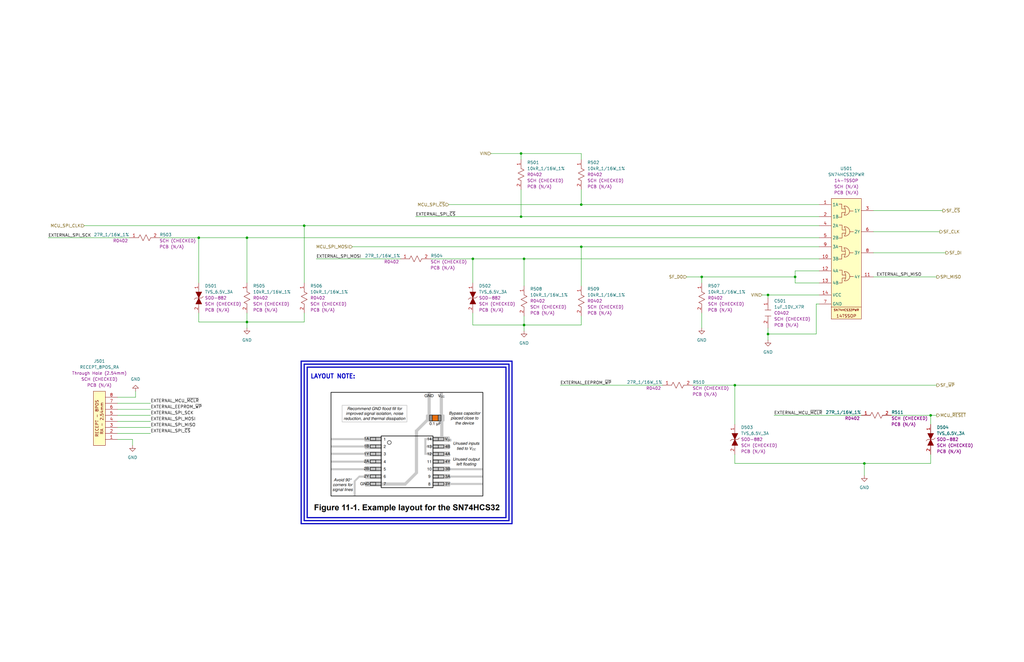
<source format=kicad_sch>
(kicad_sch (version 20230121) (generator eeschema)
  (paper "B")
  (title_block (title "_HW_EPaper") (rev "v1.0") (company "Mend0z0") (comment 1 "v1.0") (comment 2 "CHECKED"))
  (lib_symbols
    (symbol "_SCHLIB_Epaper:CAP_1uF_10V_X7R_C0402"
      (property "Reference" "C" (at 2.54 3.81 0))
      (property "Value" "1uF_10V_X7R" (at 2.54 6.35 0))
      (property "Package" "C0402" (at 2.54 21.59 0))
      (property "SCH CHECK" "SCH (CHECKED)" (at 2.54 24.13 0))
      (property "PCB CHECK" "PCB (N/A)" (at 2.54 26.67 0))
      (symbol "CAP_1uF_10V_X7R_C0402_0_1"
        (polyline (pts (xy 5.08 1.27) (xy 5.08 -1.27)))
        (polyline (pts (xy 7.62 1.27) (xy 7.62 -1.27)))
      )
      (symbol "CAP_1uF_10V_X7R_C0402_1_1"
        (pin passive line (at 0 0 0) (length 5.08) (name "") (number "1"))
        (pin passive line (at 12.7 0 180) (length 5.08) (name "") (number "2"))
      )
    )
    (symbol "_SCHLIB_Epaper:CONN_RECEPT_8POS_1RAW_RA_2.54mm"
      (property "Reference" "J" (at 2.54 3.81 0))
      (property "Value" "RECEPT_8POS_RA" (at 2.54 6.35 0))
      (property "Package" "Through Hole (2.54mm)" (at 2.54 21.59 0))
      (property "SCH CHECK" "SCH (CHECKED)" (at 2.54 24.13 0))
      (property "PCB CHECK" "PCB (N/A)" (at 2.54 26.67 0))
      (symbol "CONN_RECEPT_8POS_1RAW_RA_2.54mm_1_1"
        (rectangle (start 0 0) (end 5.08 -22.86) (fill (type background)))
        (text "RECEPT - 8POS\nRA - 2.54mm" (at 2.54 -11.43 900) (effects (font (size 1.27 1.27))))
        (pin passive line (at -5.08 -2.54 0) (length 5.08) (name "") (number "1"))
        (pin passive line (at -5.08 -5.08 0) (length 5.08) (name "") (number "2"))
        (pin passive line (at -5.08 -7.62 0) (length 5.08) (name "") (number "3"))
        (pin passive line (at -5.08 -10.16 0) (length 5.08) (name "") (number "4"))
        (pin passive line (at -5.08 -12.7 0) (length 5.08) (name "") (number "5"))
        (pin passive line (at -5.08 -15.24 0) (length 5.08) (name "") (number "6"))
        (pin passive line (at -5.08 -17.78 0) (length 5.08) (name "") (number "7"))
        (pin passive line (at -5.08 -20.32 0) (length 5.08) (name "") (number "8"))
      )
    )
    (symbol "_SCHLIB_Epaper:IC_OR GATE_SN74HCS32PWR_4CH_2-INP_14-TSSOP"
      (property "Reference" "U" (at 2.54 3.81 0))
      (property "Value" "SN74HCS32PWR" (at 2.54 6.35 0))
      (property "Package" "14-TSSOP" (at 2.54 21.59 0))
      (property "SCH CHECK" "SCH (N/A)" (at 2.54 24.13 0))
      (property "PCB CHECK" "PCB (N/A)" (at 2.54 26.67 0))
      (symbol "IC_OR GATE_SN74HCS32PWR_4CH_2-INP_14-TSSOP_0_0"
        (text "14TSSOP" (at 6.35 -49.53 0) (effects (font (size 1.27 1.27))))
      )
      (symbol "IC_OR GATE_SN74HCS32PWR_4CH_2-INP_14-TSSOP_1_0"
        (text "SN74HCS32PWR" (at 6.35 -46.99 0) (effects (font (size 0.889 0.889))))
      )
      (symbol "IC_OR GATE_SN74HCS32PWR_4CH_2-INP_14-TSSOP_1_1"
        (polyline (pts (xy 0 -45.72) (xy 12.7 -45.72)))
        (polyline (pts (xy 7.747 -22.86) (xy 9.271 -22.86)))
        (polyline (pts (xy 7.747 -5.207) (xy 9.271 -5.207)))
        (polyline (pts (xy 7.874 -32.893) (xy 9.398 -32.893)))
        (polyline (pts (xy 7.874 -13.97) (xy 9.398 -13.97)))
        (polyline (pts (xy 5.842 -23.495) (xy 4.445 -23.495) (xy 4.445 -25.527) (xy 3.175 -25.527)))
        (polyline (pts (xy 5.842 -22.225) (xy 4.445 -22.225) (xy 4.445 -20.193) (xy 3.175 -20.193)))
        (polyline (pts (xy 5.842 -5.842) (xy 4.445 -5.842) (xy 4.445 -7.874) (xy 3.175 -7.874)))
        (polyline (pts (xy 5.842 -4.318) (xy 4.445 -4.318) (xy 4.445 -2.286) (xy 3.175 -2.286)))
        (polyline (pts (xy 5.969 -33.528) (xy 4.572 -33.528) (xy 4.572 -35.56) (xy 3.302 -35.56)))
        (polyline (pts (xy 5.969 -14.605) (xy 4.572 -14.605) (xy 4.572 -16.637) (xy 3.302 -16.637)))
        (polyline (pts (xy 5.969 -13.208) (xy 4.572 -13.208) (xy 4.572 -11.176) (xy 3.302 -11.176)))
        (polyline (pts (xy 5.989 -32.2426) (xy 4.592 -32.2426) (xy 4.592 -30.2106) (xy 3.322 -30.2106)))
        (rectangle (start 0 0) (end 12.7 -50.8) (fill (type background)))
        (arc (start 5.424 -24.6321) (mid 5.9928 -22.6876) (end 5.3731 -20.7586))
        (arc (start 5.424 -24.6321) (mid 6.9623 -24.2513) (end 7.71 -22.8541))
        (arc (start 5.424 -6.9791) (mid 5.9928 -5.0346) (end 5.3731 -3.1056))
        (arc (start 5.424 -6.9791) (mid 6.9623 -6.5983) (end 7.71 -5.2011))
        (arc (start 5.551 -34.6651) (mid 6.1198 -32.7206) (end 5.5001 -30.7916))
        (arc (start 5.551 -34.6651) (mid 7.0893 -34.2844) (end 7.837 -32.8871))
        (arc (start 5.551 -15.7421) (mid 6.1198 -13.7976) (end 5.5001 -11.8686))
        (arc (start 5.551 -15.7421) (mid 7.0893 -15.3613) (end 7.837 -13.9641))
        (arc (start 7.71 -22.8541) (mid 7.0049 -21.2897) (end 5.3731 -20.7586))
        (arc (start 7.71 -5.2011) (mid 7.0049 -3.6367) (end 5.3731 -3.1056))
        (arc (start 7.837 -32.8871) (mid 7.132 -31.3226) (end 5.5001 -30.7916))
        (arc (start 7.837 -13.9641) (mid 7.1319 -12.3997) (end 5.5001 -11.8686))
        (pin passive line (at -5.08 -2.54 0) (length 5.08) (name "1A") (number "1"))
        (pin passive line (at -5.08 -25.4 0) (length 5.08) (name "3B") (number "10"))
        (pin passive line (at 17.78 -33.02 180) (length 5.08) (name "4Y") (number "11"))
        (pin passive line (at -5.08 -30.48 0) (length 5.08) (name "4A") (number "12"))
        (pin passive line (at -5.08 -35.56 0) (length 5.08) (name "4B") (number "13"))
        (pin passive line (at -5.08 -40.64 0) (length 5.08) (name "VCC") (number "14"))
        (pin passive line (at -5.08 -7.62 0) (length 5.08) (name "1B") (number "2"))
        (pin passive line (at 17.78 -5.08 180) (length 5.08) (name "1Y") (number "3"))
        (pin passive line (at -5.08 -11.43 0) (length 5.08) (name "2A") (number "4"))
        (pin passive line (at -5.08 -16.51 0) (length 5.08) (name "2B") (number "5"))
        (pin passive line (at 17.78 -13.97 180) (length 5.08) (name "2Y") (number "6"))
        (pin passive line (at -5.08 -44.45 0) (length 5.08) (name "GND") (number "7"))
        (pin passive line (at 17.78 -22.86 180) (length 5.08) (name "3Y") (number "8"))
        (pin passive line (at -5.08 -20.32 0) (length 5.08) (name "3A") (number "9"))
      )
    )
    (symbol "_SCHLIB_Epaper:RES_10kR_1/16W_1%_R0402"
      (property "Reference" "R" (at 2.54 3.81 0))
      (property "Value" "10kR_1/16W_1%" (at 2.54 6.35 0))
      (property "Package" "R0402" (at 2.54 21.59 0))
      (property "SCH CHECK" "SCH (CHECKED)" (at 2.54 24.13 0))
      (property "PCB CHECK" "PCB (N/A)" (at 2.54 26.67 0))
      (symbol "RES_10kR_1/16W_1%_R0402_0_1"
        (polyline (pts (xy 3.81 0) (xy 4.445 1.27) (xy 5.715 -1.27) (xy 6.985 1.27) (xy 8.255 -1.27) (xy 8.89 0)))
      )
      (symbol "RES_10kR_1/16W_1%_R0402_1_1"
        (pin passive line (at 0 0 0) (length 3.81) (name "") (number "1"))
        (pin passive line (at 12.7 0 180) (length 3.81) (name "") (number "2"))
      )
    )
    (symbol "_SCHLIB_Epaper:RES_27R_1/16W_1%_R0402"
      (property "Reference" "R" (at 2.54 3.81 0))
      (property "Value" "27R_1/16W_1%" (at 2.54 6.35 0))
      (property "Package" "R0402" (at 2.54 21.59 0))
      (property "SCH CHECK" "SCH (CHECKED)" (at 2.54 24.13 0))
      (property "PCB CHECK" "PCB (N/A)" (at 2.54 26.67 0))
      (symbol "RES_27R_1/16W_1%_R0402_0_1"
        (polyline (pts (xy 3.81 0) (xy 4.445 1.27) (xy 5.715 -1.27) (xy 6.985 1.27) (xy 8.255 -1.27) (xy 8.89 0)))
      )
      (symbol "RES_27R_1/16W_1%_R0402_1_1"
        (pin passive line (at 0 0 0) (length 3.81) (name "") (number "1"))
        (pin passive line (at 12.7 0 180) (length 3.81) (name "") (number "2"))
      )
    )
    (symbol "_SCHLIB_Epaper:TVS_5V(MAX)_6.5(Vbr-min)_3A(8/20us)_SOD882"
      (property "Reference" "D" (at 2.54 3.81 0))
      (property "Value" "TVS_6.5V_3A" (at 2.54 6.35 0))
      (property "Package" "SOD-882" (at 2.54 21.59 0))
      (property "SCH CHECK" "SCH (CHECKED)" (at 2.54 24.13 0))
      (property "PCB CHECK" "PCB (N/A)" (at 2.54 26.67 0))
      (symbol "TVS_5V(MAX)_6.5(Vbr-min)_3A(8/20us)_SOD882_1_1"
        (polyline (pts (xy 3.81 1.27) (xy 3.81 -1.27) (xy 6.35 0) (xy 3.81 1.27)) (fill (type outline)))
        (polyline (pts (xy 5.715 1.905) (xy 6.35 1.27) (xy 6.35 -1.27) (xy 6.985 -1.905)))
        (polyline (pts (xy 8.89 -1.27) (xy 8.89 1.27) (xy 6.35 0) (xy 8.89 -1.27)) (fill (type outline)))
        (pin passive line (at 12.7 0 180) (length 3.81) (name "") (number "1"))
        (pin passive line (at 0 0 0) (length 3.81) (name "") (number "2"))
      )
    )
    (symbol "power:GND" (power) (pin_names (offset 0))
      (property "Value" "GND" (at 0 -3.81 0))
      (symbol "GND_0_1"
        (polyline (pts (xy 0 0) (xy 0 -1.27) (xy 1.27 -1.27) (xy 0 -2.54) (xy -1.27 -1.27) (xy 0 -1.27)))
      )
      (symbol "GND_1_1"
        (pin power_in line (at 0 0 270) (length 0) hide (name "GND") (number "1"))
      )
    )
  )
  (junction (at 219.71 91.44))
  (junction (at 295.91 116.84))
  (junction (at 392.43 175.26))
  (junction (at 104.14 135.89))
  (junction (at 128.27 95.25))
  (junction (at 245.11 104.14))
  (junction (at 335.28 116.84))
  (junction (at 323.85 124.46))
  (junction (at 245.11 86.36))
  (junction (at 364.49 195.58))
  (junction (at 104.14 100.33))
  (junction (at 309.88 162.56))
  (junction (at 323.85 140.97))
  (junction (at 220.98 137.16))
  (junction (at 199.39 109.22))
  (junction (at 219.71 64.77))
  (junction (at 220.98 109.22))
  (junction (at 83.82 100.33))
  (polyline (pts (xy 127 220.98) (xy 215.9 220.98)) (stroke (width 0.5)))
  (wire (pts (xy 219.71 91.44) (xy 219.71 80.01)))
  (wire (pts (xy 321.31 124.46) (xy 323.85 124.46)))
  (wire (pts (xy 63.5 177.8) (xy 49.53 177.8)))
  (wire (pts (xy 335.28 116.84) (xy 295.91 116.84)))
  (wire (pts (xy 220.98 139.7) (xy 220.98 137.16)))
  (wire (pts (xy 220.98 109.22) (xy 220.98 120.65)))
  (wire (pts (xy 199.39 109.22) (xy 199.39 119.38)))
  (wire (pts (xy 326.39 175.26) (xy 363.22 175.26)))
  (polyline (pts (xy 213.36 218.44) (xy 129.54 218.44)) (stroke (width 0.5)))
  (wire (pts (xy 309.88 162.56) (xy 394.97 162.56)))
  (wire (pts (xy 245.11 133.35) (xy 245.11 137.16)))
  (wire (pts (xy 63.5 170.18) (xy 49.53 170.18)))
  (wire (pts (xy 245.11 80.01) (xy 245.11 86.36)))
  (polyline (pts (xy 214.63 219.71) (xy 128.27 219.71)) (stroke (width 0.5)))
  (wire (pts (xy 104.14 135.89) (xy 104.14 132.08)))
  (wire (pts (xy 396.24 97.79) (xy 368.3 97.79)))
  (wire (pts (xy 345.44 91.44) (xy 219.71 91.44)))
  (wire (pts (xy 181.61 109.22) (xy 199.39 109.22)))
  (wire (pts (xy 104.14 135.89) (xy 104.14 138.43)))
  (wire (pts (xy 133.35 109.22) (xy 168.91 109.22)))
  (polyline (pts (xy 127 152.4) (xy 127 220.98)) (stroke (width 0.5)))
  (wire (pts (xy 49.53 185.42) (xy 55.88 185.42)))
  (wire (pts (xy 220.98 109.22) (xy 345.44 109.22)))
  (polyline (pts (xy 215.9 152.4) (xy 215.9 220.98)) (stroke (width 0.5)))
  (wire (pts (xy 220.98 137.16) (xy 220.98 133.35)))
  (wire (pts (xy 245.11 104.14) (xy 345.44 104.14)))
  (wire (pts (xy 323.85 140.97) (xy 323.85 138.43)))
  (wire (pts (xy 128.27 132.08) (xy 128.27 135.89)))
  (wire (pts (xy 368.3 116.84) (xy 394.97 116.84)))
  (wire (pts (xy 392.43 175.26) (xy 394.97 175.26)))
  (wire (pts (xy 245.11 86.36) (xy 345.44 86.36)))
  (wire (pts (xy 63.5 182.88) (xy 49.53 182.88)))
  (wire (pts (xy 295.91 132.08) (xy 295.91 138.43)))
  (wire (pts (xy 35.56 95.25) (xy 128.27 95.25)))
  (wire (pts (xy 309.88 191.77) (xy 309.88 195.58)))
  (wire (pts (xy 55.88 185.42) (xy 55.88 187.96)))
  (wire (pts (xy 344.17 128.27) (xy 344.17 140.97)))
  (polyline (pts (xy 129.54 154.94) (xy 213.36 154.94)) (stroke (width 0.5)))
  (wire (pts (xy 20.32 100.33) (xy 54.61 100.33)))
  (wire (pts (xy 199.39 109.22) (xy 220.98 109.22)))
  (wire (pts (xy 364.49 195.58) (xy 364.49 200.66)))
  (polyline (pts (xy 128.27 153.67) (xy 128.27 219.71)) (stroke (width 0.5)))
  (wire (pts (xy 295.91 116.84) (xy 295.91 119.38)))
  (wire (pts (xy 148.59 104.14) (xy 245.11 104.14)))
  (polyline (pts (xy 214.63 153.67) (xy 214.63 219.71)) (stroke (width 0.5)))
  (wire (pts (xy 219.71 64.77) (xy 219.71 67.31)))
  (wire (pts (xy 104.14 100.33) (xy 345.44 100.33)))
  (wire (pts (xy 345.44 124.46) (xy 323.85 124.46)))
  (wire (pts (xy 398.78 106.68) (xy 368.3 106.68)))
  (wire (pts (xy 397.51 88.9) (xy 368.3 88.9)))
  (wire (pts (xy 67.31 100.33) (xy 83.82 100.33)))
  (wire (pts (xy 364.49 195.58) (xy 392.43 195.58)))
  (wire (pts (xy 49.53 167.64) (xy 57.15 167.64)))
  (wire (pts (xy 219.71 64.77) (xy 245.11 64.77)))
  (wire (pts (xy 83.82 135.89) (xy 104.14 135.89)))
  (polyline (pts (xy 128.27 153.67) (xy 214.63 153.67)) (stroke (width 0.5)))
  (wire (pts (xy 323.85 140.97) (xy 323.85 143.51)))
  (polyline (pts (xy 213.36 154.94) (xy 213.36 218.44)) (stroke (width 0.5)))
  (wire (pts (xy 128.27 95.25) (xy 128.27 119.38)))
  (wire (pts (xy 345.44 119.38) (xy 335.28 119.38)))
  (wire (pts (xy 375.92 175.26) (xy 392.43 175.26)))
  (wire (pts (xy 335.28 119.38) (xy 335.28 116.84)))
  (wire (pts (xy 289.56 116.84) (xy 295.91 116.84)))
  (wire (pts (xy 245.11 67.31) (xy 245.11 64.77)))
  (wire (pts (xy 83.82 119.38) (xy 83.82 100.33)))
  (polyline (pts (xy 127 152.4) (xy 215.9 152.4)) (stroke (width 0.5)))
  (wire (pts (xy 245.11 104.14) (xy 245.11 120.65)))
  (wire (pts (xy 189.23 86.36) (xy 245.11 86.36)))
  (wire (pts (xy 63.5 180.34) (xy 49.53 180.34)))
  (wire (pts (xy 344.17 140.97) (xy 323.85 140.97)))
  (wire (pts (xy 309.88 162.56) (xy 309.88 179.07)))
  (wire (pts (xy 63.5 175.26) (xy 49.53 175.26)))
  (wire (pts (xy 345.44 114.3) (xy 335.28 114.3)))
  (wire (pts (xy 57.15 167.64) (xy 57.15 165.1)))
  (wire (pts (xy 335.28 114.3) (xy 335.28 116.84)))
  (wire (pts (xy 207.01 64.77) (xy 219.71 64.77)))
  (wire (pts (xy 392.43 195.58) (xy 392.43 191.77)))
  (wire (pts (xy 292.1 162.56) (xy 309.88 162.56)))
  (wire (pts (xy 104.14 100.33) (xy 104.14 119.38)))
  (wire (pts (xy 309.88 195.58) (xy 364.49 195.58)))
  (polyline (pts (xy 129.54 154.94) (xy 129.54 218.44)) (stroke (width 0.5)))
  (wire (pts (xy 175.26 91.44) (xy 219.71 91.44)))
  (wire (pts (xy 345.44 128.27) (xy 344.17 128.27)))
  (wire (pts (xy 199.39 132.08) (xy 199.39 137.16)))
  (wire (pts (xy 63.5 172.72) (xy 49.53 172.72)))
  (wire (pts (xy 220.98 137.16) (xy 245.11 137.16)))
  (wire (pts (xy 83.82 132.08) (xy 83.82 135.89)))
  (wire (pts (xy 104.14 135.89) (xy 128.27 135.89)))
  (wire (pts (xy 323.85 124.46) (xy 323.85 125.73)))
  (wire (pts (xy 392.43 175.26) (xy 392.43 179.07)))
  (wire (pts (xy 128.27 95.25) (xy 345.44 95.25)))
  (wire (pts (xy 83.82 100.33) (xy 104.14 100.33)))
  (wire (pts (xy 236.22 162.56) (xy 279.4 162.56)))
  (wire (pts (xy 199.39 137.16) (xy 220.98 137.16)))
  (image (at 171.45 189.23) (scale 1.14607))
  (text "LAYOUT NOTE:" (at 130.81 160.02 0) (effects (font (size 1.8 1.8) bold) (justify left bottom)))
  (label "EXTERNAL_SPI_SCK" (at 63.5 175.26 0))
  (label "EXTERNAL_SPI_SCK" (at 20.32 100.33 0))
  (label "EXTERNAL_EEPROM_~{WP}" (at 63.5 172.72 0))
  (label "EXTERNAL_SPI_MISO" (at 63.5 180.34 0))
  (label "EXTERNAL_SPI_~{CS}" (at 175.26 91.44 0))
  (label "EXTERNAL_SPI_MOSI" (at 133.35 109.22 0))
  (label "EXTERNAL_MCU_~{MCLR}" (at 326.39 175.26 0))
  (label "EXTERNAL_MCU_~{MCLR}" (at 63.5 170.18 0))
  (label "EXTERNAL_SPI_MISO" (at 369.57 116.84 0))
  (label "EXTERNAL_SPI_~{CS}" (at 63.5 182.88 0))
  (label "EXTERNAL_SPI_MOSI" (at 63.5 177.8 0))
  (label "EXTERNAL_EEPROM_~{WP}" (at 236.22 162.56 0))
  (hierarchical_label "VIN" (shape input) (at 207.01 64.77 180))
  (hierarchical_label "SF_~{CS}" (shape output) (at 397.51 88.9 0))
  (hierarchical_label "SF_DI" (shape output) (at 398.78 106.68 0))
  (hierarchical_label "SF_DO" (shape input) (at 289.56 116.84 180))
  (hierarchical_label "MCU_~{RESET}" (shape output) (at 394.97 175.26 0))
  (hierarchical_label "MCU_SPI_~{CS}" (shape input) (at 189.23 86.36 180))
  (hierarchical_label "MCU_SPI_CLK" (shape input) (at 35.56 95.25 180))
  (hierarchical_label "SPI_MISO" (shape output) (at 394.97 116.84 0))
  (hierarchical_label "SF_~{WP}" (shape output) (at 394.97 162.56 0))
  (hierarchical_label "MCU_SPI_MOSI" (shape input) (at 148.59 104.14 180))
  (hierarchical_label "SF_CLK" (shape output) (at 396.24 97.79 0))
  (hierarchical_label "VIN" (shape input) (at 321.31 124.46 180))
  (symbol (lib_id "power:GND") (at 104.14 138.43 0) (unit 1)
    (property "Reference" "#PWR0501" (effects hide))
    (property "Value" "GND" (at 104.14 143.51 0))
  )
  (symbol (lib_id "_SCHLIB_Epaper:IC_OR GATE_SN74HCS32PWR_4CH_2-INP_14-TSSOP") (at 350.52 83.82 0) (unit 1)
    (property "Reference" "U501" (at 356.87 71.12 0))
    (property "Value" "SN74HCS32PWR" (at 356.87 73.66 0))
    (property "Footprint" "Package_SO:TSSOP-14_4.4x5mm_P0.65mm" (effects hide))
    (property "Datasheet" "https://www.ti.com/general/docs/suppproductinfo.tsp?distId=10&gotoUrl=https%3A%2F%2Fwww.ti.com%2Flit%2Fgpn%2FSN74HCS32" (effects hide))
    (property "Description" "OR Gate IC 4 Channel Schmitt Trigger Input 14-TSSOP" (effects hide))
    (property "Part Number" "SN74HCS32PWR" (effects hide))
    (property "Link" "https://www.digikey.ca/en/products/detail/texas-instruments/SN74HCS32PWR/11625401" (effects hide))
    (property "Package" "14-TSSOP" (at 356.87 76.2 0))
    (property "SCH CHECK" "SCH (N/A)" (at 356.87 78.74 0))
    (property "PCB CHECK" "PCB (N/A)" (at 356.87 81.28 0))
  )
  (symbol (lib_id "power:GND") (at 57.15 165.1 0) (mirror x) (unit 1)
    (property "Reference" "#PWR0505" (effects hide))
    (property "Value" "GND" (at 57.15 160.02 0))
  )
  (symbol (lib_id "_SCHLIB_Epaper:RES_27R_1/16W_1%_R0402") (at 363.22 175.26 0) (unit 1)
    (property "Reference" "R511" (at 378.46 173.99 0))
    (property "Value" "27R_1/16W_1%" (at 355.6 173.99 0))
    (property "Footprint" "Resistor_SMD:R_0402_1005Metric" (effects hide))
    (property "Datasheet" "https://www.bourns.com/docs/product-datasheets/cr.pdf?sfvrsn=574d41f6_14" (effects hide))
    (property "Description" "27 Ohms ±1% 0.063W, 1/16W Chip Resistor 0402 (1005 Metric) Thick Film" (effects hide))
    (property "Part Number" "CR0402-FX-27R0GLF" (effects hide))
    (property "Link" "https://www.digikey.ca/en/products/detail/bourns-inc/CR0402-FX-27R0GLF/3783280" (effects hide))
    (property "Package" "R0402" (at 359.41 176.53 0))
    (property "SCH CHECK" "SCH (CHECKED)" (at 383.54 176.53 0))
    (property "PCB CHECK" "PCB (N/A)" (at 381 179.07 0))
  )
  (symbol (lib_id "_SCHLIB_Epaper:RES_10kR_1/16W_1%_R0402") (at 220.98 120.65 270) (unit 1)
    (property "Reference" "R508" (at 223.52 121.92 90) (effects (justify left)))
    (property "Value" "10kR_1/16W_1%" (at 223.52 124.46 90) (effects (justify left)))
    (property "Footprint" "Resistor_SMD:R_0402_1005Metric" (effects hide))
    (property "Datasheet" "https://www.bourns.com/docs/product-datasheets/cr.pdf?sfvrsn=574d41f6_14" (effects hide))
    (property "Description" "10 kOhms ±1% 0.063W, 1/16W Chip Resistor 0402 (1005 Metric) Thick Film" (effects hide))
    (property "Part Number" "CR0402-FX-1002GLF" (effects hide))
    (property "Link" "https://www.digikey.ca/en/products/detail/bourns-inc/CR0402-FX-1002GLF/3593192" (effects hide))
    (property "Package" "R0402" (at 223.52 127 90) (effects (justify left)))
    (property "SCH CHECK" "SCH (CHECKED)" (at 223.52 129.54 90) (effects (justify left)))
    (property "PCB CHECK" "PCB (N/A)" (at 223.52 132.08 90) (effects (justify left)))
  )
  (symbol (lib_id "_SCHLIB_Epaper:CONN_RECEPT_8POS_1RAW_RA_2.54mm") (at 44.45 187.96 180) (unit 1)
    (property "Reference" "J501" (at 41.91 152.4 0))
    (property "Value" "RECEPT_8POS_RA" (at 41.91 154.94 0))
    (property "Footprint" "Connector_PinSocket_2.54mm:PinSocket_1x08_P2.54mm_Horizontal" (effects hide))
    (property "Datasheet" "http://suddendocs.samtec.com/catalog_english/ssq_th.pdf" (effects hide))
    (property "Description" "8 Position Receptacle Connector 0.100\" (2.54mm) Through Hole, Right Angle Tin" (effects hide))
    (property "Part Number" "SSQ-108-02-T-S-RA" (effects hide))
    (property "Link" "https://www.digikey.ca/en/products/detail/samtec-inc/SSQ-108-02-T-S-RA/1111404" (effects hide))
    (property "Package" "Through Hole (2.54mm)" (at 41.91 157.48 0))
    (property "SCH CHECK" "SCH (CHECKED)" (at 41.91 160.02 0))
    (property "PCB CHECK" "PCB (N/A)" (at 41.91 162.56 0))
  )
  (symbol (lib_id "power:GND") (at 295.91 138.43 0) (unit 1)
    (property "Reference" "#PWR0502" (effects hide))
    (property "Value" "GND" (at 295.91 143.51 0))
  )
  (symbol (lib_id "_SCHLIB_Epaper:RES_27R_1/16W_1%_R0402") (at 54.61 100.33 0) (unit 1)
    (property "Reference" "R503" (at 69.85 99.06 0))
    (property "Value" "27R_1/16W_1%" (at 46.99 99.06 0))
    (property "Footprint" "Resistor_SMD:R_0402_1005Metric" (effects hide))
    (property "Datasheet" "https://www.bourns.com/docs/product-datasheets/cr.pdf?sfvrsn=574d41f6_14" (effects hide))
    (property "Description" "27 Ohms ±1% 0.063W, 1/16W Chip Resistor 0402 (1005 Metric) Thick Film" (effects hide))
    (property "Part Number" "CR0402-FX-27R0GLF" (effects hide))
    (property "Link" "https://www.digikey.ca/en/products/detail/bourns-inc/CR0402-FX-27R0GLF/3783280" (effects hide))
    (property "Package" "R0402" (at 50.8 101.6 0))
    (property "SCH CHECK" "SCH (CHECKED)" (at 74.93 101.6 0))
    (property "PCB CHECK" "PCB (N/A)" (at 72.39 104.14 0))
  )
  (symbol (lib_id "_SCHLIB_Epaper:CAP_1uF_10V_X7R_C0402") (at 323.85 125.73 270) (unit 1)
    (property "Reference" "C501" (at 326.39 127 90) (effects (justify left)))
    (property "Value" "1uF_10V_X7R" (at 326.39 129.54 90) (effects (justify left)))
    (property "Footprint" "Capacitor_SMD:C_0402_1005Metric" (effects hide))
    (property "Datasheet" "https://search.murata.co.jp/Ceramy/image/img/A01X/G101/ENG/GRM155Z71A105KE01-01.pdf" (effects hide))
    (property "Description" "1 µF ±10% 10V Ceramic Capacitor X7R 0402 (1005 Metric)" (effects hide))
    (property "Part Number" "GRM155Z71A105KE01D" (effects hide))
    (property "Link" "https://www.digikey.ca/en/products/detail/murata-electronics/GRM155Z71A105KE01D/13905035" (effects hide))
    (property "Package" "C0402" (at 326.39 132.08 90) (effects (justify left)))
    (property "SCH CHECK" "SCH (CHECKED)" (at 326.39 134.62 90) (effects (justify left)))
    (property "PCB CHECK" "PCB (N/A)" (at 326.39 137.16 90) (effects (justify left)))
  )
  (symbol (lib_id "_SCHLIB_Epaper:RES_10kR_1/16W_1%_R0402") (at 128.27 119.38 270) (unit 1)
    (property "Reference" "R506" (at 130.81 120.65 90) (effects (justify left)))
    (property "Value" "10kR_1/16W_1%" (at 130.81 123.19 90) (effects (justify left)))
    (property "Footprint" "Resistor_SMD:R_0402_1005Metric" (effects hide))
    (property "Datasheet" "https://www.bourns.com/docs/product-datasheets/cr.pdf?sfvrsn=574d41f6_14" (effects hide))
    (property "Description" "10 kOhms ±1% 0.063W, 1/16W Chip Resistor 0402 (1005 Metric) Thick Film" (effects hide))
    (property "Part Number" "CR0402-FX-1002GLF" (effects hide))
    (property "Link" "https://www.digikey.ca/en/products/detail/bourns-inc/CR0402-FX-1002GLF/3593192" (effects hide))
    (property "Package" "R0402" (at 130.81 125.73 90) (effects (justify left)))
    (property "SCH CHECK" "SCH (CHECKED)" (at 130.81 128.27 90) (effects (justify left)))
    (property "PCB CHECK" "PCB (N/A)" (at 130.81 130.81 90) (effects (justify left)))
  )
  (symbol (lib_id "_SCHLIB_Epaper:RES_10kR_1/16W_1%_R0402") (at 219.71 67.31 270) (unit 1)
    (property "Reference" "R501" (at 222.25 68.58 90) (effects (justify left)))
    (property "Value" "10kR_1/16W_1%" (at 222.25 71.12 90) (effects (justify left)))
    (property "Footprint" "Resistor_SMD:R_0402_1005Metric" (effects hide))
    (property "Datasheet" "https://www.bourns.com/docs/product-datasheets/cr.pdf?sfvrsn=574d41f6_14" (effects hide))
    (property "Description" "10 kOhms ±1% 0.063W, 1/16W Chip Resistor 0402 (1005 Metric) Thick Film" (effects hide))
    (property "Part Number" "CR0402-FX-1002GLF" (effects hide))
    (property "Link" "https://www.digikey.ca/en/products/detail/bourns-inc/CR0402-FX-1002GLF/3593192" (effects hide))
    (property "Package" "R0402" (at 222.25 73.66 90) (effects (justify left)))
    (property "SCH CHECK" "SCH (CHECKED)" (at 222.25 76.2 90) (effects (justify left)))
    (property "PCB CHECK" "PCB (N/A)" (at 222.25 78.74 90) (effects (justify left)))
  )
  (symbol (lib_id "_SCHLIB_Epaper:RES_10kR_1/16W_1%_R0402") (at 245.11 67.31 270) (unit 1)
    (property "Reference" "R502" (at 247.65 68.58 90) (effects (justify left)))
    (property "Value" "10kR_1/16W_1%" (at 247.65 71.12 90) (effects (justify left)))
    (property "Footprint" "Resistor_SMD:R_0402_1005Metric" (effects hide))
    (property "Datasheet" "https://www.bourns.com/docs/product-datasheets/cr.pdf?sfvrsn=574d41f6_14" (effects hide))
    (property "Description" "10 kOhms ±1% 0.063W, 1/16W Chip Resistor 0402 (1005 Metric) Thick Film" (effects hide))
    (property "Part Number" "CR0402-FX-1002GLF" (effects hide))
    (property "Link" "https://www.digikey.ca/en/products/detail/bourns-inc/CR0402-FX-1002GLF/3593192" (effects hide))
    (property "Package" "R0402" (at 247.65 73.66 90) (effects (justify left)))
    (property "SCH CHECK" "SCH (CHECKED)" (at 247.65 76.2 90) (effects (justify left)))
    (property "PCB CHECK" "PCB (N/A)" (at 247.65 78.74 90) (effects (justify left)))
  )
  (symbol (lib_id "power:GND") (at 55.88 187.96 0) (unit 1)
    (property "Reference" "#PWR0506" (effects hide))
    (property "Value" "GND" (at 55.88 193.04 0))
  )
  (symbol (lib_id "_SCHLIB_Epaper:TVS_5V(MAX)_6.5(Vbr-min)_3A(8/20us)_SOD882") (at 392.43 191.77 90) (unit 1)
    (property "Reference" "D504" (at 394.97 180.34 90) (effects (justify right)))
    (property "Value" "TVS_6.5V_3A" (at 394.97 182.88 90) (effects (justify right)))
    (property "Footprint" "_PCBLIB_Epaper:CR_7PCT_L3F_TOS" (effects hide))
    (property "Datasheet" "https://goodarksemi.com/docs/datasheets/esd_tvs/GSEWT5B003.pdf" (effects hide))
    (property "Description" "20.5V Clamp 3A (8/20µs) Ipp Tvs Diode Surface Mount SOD-882" (effects hide))
    (property "Part Number" "GSEWT5B003" (effects hide))
    (property "Link" "https://www.digikey.ca/en/products/detail/good-ark-semiconductor/GSEWT5B003/18667485" (effects hide))
    (property "Package" "SOD-882" (at 394.97 185.42 90) (effects (justify right)))
    (property "SCH CHECK" "SCH (CHECKED)" (at 394.97 187.96 90) (effects (justify right)))
    (property "PCB CHECK" "PCB (N/A)" (at 394.97 190.5 90) (effects (justify right)))
  )
  (symbol (lib_id "_SCHLIB_Epaper:RES_27R_1/16W_1%_R0402") (at 168.91 109.22 0) (unit 1)
    (property "Reference" "R504" (at 184.15 107.95 0))
    (property "Value" "27R_1/16W_1%" (at 161.29 107.95 0))
    (property "Footprint" "Resistor_SMD:R_0402_1005Metric" (effects hide))
    (property "Datasheet" "https://www.bourns.com/docs/product-datasheets/cr.pdf?sfvrsn=574d41f6_14" (effects hide))
    (property "Description" "27 Ohms ±1% 0.063W, 1/16W Chip Resistor 0402 (1005 Metric) Thick Film" (effects hide))
    (property "Part Number" "CR0402-FX-27R0GLF" (effects hide))
    (property "Link" "https://www.digikey.ca/en/products/detail/bourns-inc/CR0402-FX-27R0GLF/3783280" (effects hide))
    (property "Package" "R0402" (at 165.1 110.49 0))
    (property "SCH CHECK" "SCH (CHECKED)" (at 189.23 110.49 0))
    (property "PCB CHECK" "PCB (N/A)" (at 186.69 113.03 0))
  )
  (symbol (lib_id "power:GND") (at 220.98 139.7 0) (unit 1)
    (property "Reference" "#PWR0503" (effects hide))
    (property "Value" "GND" (at 220.98 144.78 0))
  )
  (symbol (lib_id "_SCHLIB_Epaper:TVS_5V(MAX)_6.5(Vbr-min)_3A(8/20us)_SOD882") (at 199.39 132.08 90) (unit 1)
    (property "Reference" "D502" (at 201.93 120.65 90) (effects (justify right)))
    (property "Value" "TVS_6.5V_3A" (at 201.93 123.19 90) (effects (justify right)))
    (property "Footprint" "_PCBLIB_Epaper:CR_7PCT_L3F_TOS" (effects hide))
    (property "Datasheet" "https://goodarksemi.com/docs/datasheets/esd_tvs/GSEWT5B003.pdf" (effects hide))
    (property "Description" "20.5V Clamp 3A (8/20µs) Ipp Tvs Diode Surface Mount SOD-882" (effects hide))
    (property "Part Number" "GSEWT5B003" (effects hide))
    (property "Link" "https://www.digikey.ca/en/products/detail/good-ark-semiconductor/GSEWT5B003/18667485" (effects hide))
    (property "Package" "SOD-882" (at 201.93 125.73 90) (effects (justify right)))
    (property "SCH CHECK" "SCH (CHECKED)" (at 201.93 128.27 90) (effects (justify right)))
    (property "PCB CHECK" "PCB (N/A)" (at 201.93 130.81 90) (effects (justify right)))
  )
  (symbol (lib_id "_SCHLIB_Epaper:TVS_5V(MAX)_6.5(Vbr-min)_3A(8/20us)_SOD882") (at 309.88 191.77 90) (unit 1)
    (property "Reference" "D503" (at 312.42 180.34 90) (effects (justify right)))
    (property "Value" "TVS_6.5V_3A" (at 312.42 182.88 90) (effects (justify right)))
    (property "Footprint" "_PCBLIB_Epaper:CR_7PCT_L3F_TOS" (effects hide))
    (property "Datasheet" "https://goodarksemi.com/docs/datasheets/esd_tvs/GSEWT5B003.pdf" (effects hide))
    (property "Description" "20.5V Clamp 3A (8/20µs) Ipp Tvs Diode Surface Mount SOD-882" (effects hide))
    (property "Part Number" "GSEWT5B003" (effects hide))
    (property "Link" "https://www.digikey.ca/en/products/detail/good-ark-semiconductor/GSEWT5B003/18667485" (effects hide))
    (property "Package" "SOD-882" (at 312.42 185.42 90) (effects (justify right)))
    (property "SCH CHECK" "SCH (CHECKED)" (at 312.42 187.96 90) (effects (justify right)))
    (property "PCB CHECK" "PCB (N/A)" (at 312.42 190.5 90) (effects (justify right)))
  )
  (symbol (lib_id "_SCHLIB_Epaper:RES_10kR_1/16W_1%_R0402") (at 245.11 120.65 270) (unit 1)
    (property "Reference" "R509" (at 247.65 121.92 90) (effects (justify left)))
    (property "Value" "10kR_1/16W_1%" (at 247.65 124.46 90) (effects (justify left)))
    (property "Footprint" "Resistor_SMD:R_0402_1005Metric" (effects hide))
    (property "Datasheet" "https://www.bourns.com/docs/product-datasheets/cr.pdf?sfvrsn=574d41f6_14" (effects hide))
    (property "Description" "10 kOhms ±1% 0.063W, 1/16W Chip Resistor 0402 (1005 Metric) Thick Film" (effects hide))
    (property "Part Number" "CR0402-FX-1002GLF" (effects hide))
    (property "Link" "https://www.digikey.ca/en/products/detail/bourns-inc/CR0402-FX-1002GLF/3593192" (effects hide))
    (property "Package" "R0402" (at 247.65 127 90) (effects (justify left)))
    (property "SCH CHECK" "SCH (CHECKED)" (at 247.65 129.54 90) (effects (justify left)))
    (property "PCB CHECK" "PCB (N/A)" (at 247.65 132.08 90) (effects (justify left)))
  )
  (symbol (lib_id "_SCHLIB_Epaper:RES_27R_1/16W_1%_R0402") (at 279.4 162.56 0) (unit 1)
    (property "Reference" "R510" (at 294.64 161.29 0))
    (property "Value" "27R_1/16W_1%" (at 271.78 161.29 0))
    (property "Footprint" "Resistor_SMD:R_0402_1005Metric" (effects hide))
    (property "Datasheet" "https://www.bourns.com/docs/product-datasheets/cr.pdf?sfvrsn=574d41f6_14" (effects hide))
    (property "Description" "27 Ohms ±1% 0.063W, 1/16W Chip Resistor 0402 (1005 Metric) Thick Film" (effects hide))
    (property "Part Number" "CR0402-FX-27R0GLF" (effects hide))
    (property "Link" "https://www.digikey.ca/en/products/detail/bourns-inc/CR0402-FX-27R0GLF/3783280" (effects hide))
    (property "Package" "R0402" (at 275.59 163.83 0))
    (property "SCH CHECK" "SCH (CHECKED)" (at 299.72 163.83 0))
    (property "PCB CHECK" "PCB (N/A)" (at 297.18 166.37 0))
  )
  (symbol (lib_id "_SCHLIB_Epaper:RES_10kR_1/16W_1%_R0402") (at 104.14 119.38 270) (unit 1)
    (property "Reference" "R505" (at 106.68 120.65 90) (effects (justify left)))
    (property "Value" "10kR_1/16W_1%" (at 106.68 123.19 90) (effects (justify left)))
    (property "Footprint" "Resistor_SMD:R_0402_1005Metric" (effects hide))
    (property "Datasheet" "https://www.bourns.com/docs/product-datasheets/cr.pdf?sfvrsn=574d41f6_14" (effects hide))
    (property "Description" "10 kOhms ±1% 0.063W, 1/16W Chip Resistor 0402 (1005 Metric) Thick Film" (effects hide))
    (property "Part Number" "CR0402-FX-1002GLF" (effects hide))
    (property "Link" "https://www.digikey.ca/en/products/detail/bourns-inc/CR0402-FX-1002GLF/3593192" (effects hide))
    (property "Package" "R0402" (at 106.68 125.73 90) (effects (justify left)))
    (property "SCH CHECK" "SCH (CHECKED)" (at 106.68 128.27 90) (effects (justify left)))
    (property "PCB CHECK" "PCB (N/A)" (at 106.68 130.81 90) (effects (justify left)))
  )
  (symbol (lib_id "_SCHLIB_Epaper:TVS_5V(MAX)_6.5(Vbr-min)_3A(8/20us)_SOD882") (at 83.82 132.08 90) (unit 1)
    (property "Reference" "D501" (at 86.36 120.65 90) (effects (justify right)))
    (property "Value" "TVS_6.5V_3A" (at 86.36 123.19 90) (effects (justify right)))
    (property "Footprint" "_PCBLIB_Epaper:CR_7PCT_L3F_TOS" (effects hide))
    (property "Datasheet" "https://goodarksemi.com/docs/datasheets/esd_tvs/GSEWT5B003.pdf" (effects hide))
    (property "Description" "20.5V Clamp 3A (8/20µs) Ipp Tvs Diode Surface Mount SOD-882" (effects hide))
    (property "Part Number" "GSEWT5B003" (effects hide))
    (property "Link" "https://www.digikey.ca/en/products/detail/good-ark-semiconductor/GSEWT5B003/18667485" (effects hide))
    (property "Package" "SOD-882" (at 86.36 125.73 90) (effects (justify right)))
    (property "SCH CHECK" "SCH (CHECKED)" (at 86.36 128.27 90) (effects (justify right)))
    (property "PCB CHECK" "PCB (N/A)" (at 86.36 130.81 90) (effects (justify right)))
  )
  (symbol (lib_id "_SCHLIB_Epaper:RES_10kR_1/16W_1%_R0402") (at 295.91 119.38 270) (unit 1)
    (property "Reference" "R507" (at 298.45 120.65 90) (effects (justify left)))
    (property "Value" "10kR_1/16W_1%" (at 298.45 123.19 90) (effects (justify left)))
    (property "Footprint" "Resistor_SMD:R_0402_1005Metric" (effects hide))
    (property "Datasheet" "https://www.bourns.com/docs/product-datasheets/cr.pdf?sfvrsn=574d41f6_14" (effects hide))
    (property "Description" "10 kOhms ±1% 0.063W, 1/16W Chip Resistor 0402 (1005 Metric) Thick Film" (effects hide))
    (property "Part Number" "CR0402-FX-1002GLF" (effects hide))
    (property "Link" "https://www.digikey.ca/en/products/detail/bourns-inc/CR0402-FX-1002GLF/3593192" (effects hide))
    (property "Package" "R0402" (at 298.45 125.73 90) (effects (justify left)))
    (property "SCH CHECK" "SCH (CHECKED)" (at 298.45 128.27 90) (effects (justify left)))
    (property "PCB CHECK" "PCB (N/A)" (at 298.45 130.81 90) (effects (justify left)))
  )
  (symbol (lib_id "power:GND") (at 323.85 143.51 0) (unit 1)
    (property "Reference" "#PWR0504" (effects hide))
    (property "Value" "GND" (at 323.85 148.59 0))
  )
  (symbol (lib_id "power:GND") (at 364.49 200.66 0) (unit 1)
    (property "Reference" "#PWR0507" (effects hide))
    (property "Value" "GND" (at 364.49 205.74 0))
  )
)
</source>
